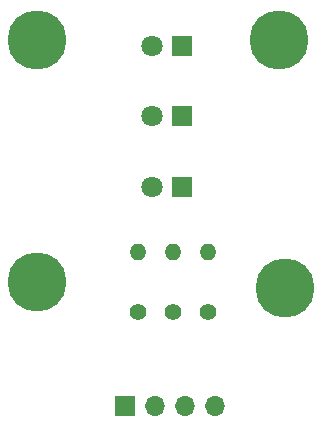
<source format=gbr>
%TF.GenerationSoftware,KiCad,Pcbnew,8.0.8*%
%TF.CreationDate,2025-01-25T13:46:24+05:30*%
%TF.ProjectId,Traffic Light,54726166-6669-4632-904c-696768742e6b,rev?*%
%TF.SameCoordinates,Original*%
%TF.FileFunction,Soldermask,Bot*%
%TF.FilePolarity,Negative*%
%FSLAX46Y46*%
G04 Gerber Fmt 4.6, Leading zero omitted, Abs format (unit mm)*
G04 Created by KiCad (PCBNEW 8.0.8) date 2025-01-25 13:46:24*
%MOMM*%
%LPD*%
G01*
G04 APERTURE LIST*
%ADD10O,1.400000X1.400000*%
%ADD11C,1.400000*%
%ADD12R,1.700000X1.700000*%
%ADD13O,1.700000X1.700000*%
%ADD14C,5.000000*%
%ADD15R,1.800000X1.800000*%
%ADD16C,1.800000*%
G04 APERTURE END LIST*
D10*
%TO.C,R3*%
X156000000Y-76960000D03*
D11*
X156000000Y-82040000D03*
%TD*%
D10*
%TO.C,R2*%
X153000000Y-76960000D03*
D11*
X153000000Y-82040000D03*
%TD*%
%TO.C,R1*%
X150000000Y-82040000D03*
D10*
X150000000Y-76960000D03*
%TD*%
D12*
%TO.C,J1*%
X148960000Y-90000000D03*
D13*
X151500000Y-90000000D03*
X154040000Y-90000000D03*
X156580000Y-90000000D03*
%TD*%
D14*
%TO.C,H4*%
X162500000Y-80000000D03*
%TD*%
%TO.C,H3*%
X141500000Y-59000000D03*
%TD*%
%TO.C,H2*%
X162000000Y-59000000D03*
%TD*%
%TO.C,H1*%
X141500000Y-79500000D03*
%TD*%
D15*
%TO.C,D3*%
X153770000Y-71500000D03*
D16*
X151230000Y-71500000D03*
%TD*%
D15*
%TO.C,D2*%
X153770000Y-65500000D03*
D16*
X151230000Y-65500000D03*
%TD*%
D15*
%TO.C,D1*%
X153770000Y-59500000D03*
D16*
X151230000Y-59500000D03*
%TD*%
M02*

</source>
